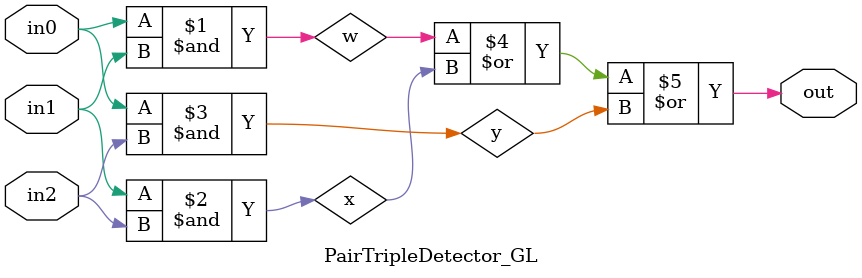
<source format=v>

`ifndef PAIR_TRIPLE_DETECTOR_GL_V
`define PAIR_TRIPLE_DETECTOR_GL_V

module PairTripleDetector_GL
(
  input  wire in0,
  input  wire in1,
  input  wire in2,
  output wire out
);

  //''' ACTIVITY '''''''''''''''''''''''''''''''''''''''''''''''''''''''''
  // Implement pair/triple detector using explicit gate-level modeling
  //''''''''''''''''''''''''''''''''''''''''''''''''''''''''''''''''''''''

wire w;
wire x;
wire y;


assign w = in0 & in1;
assign x = in1 & in2;
assign y = in0 & in2;
assign out = w | x | y;

endmodule

`endif /* PAIR_TRIPLE_DETECTOR_GL_V */


</source>
